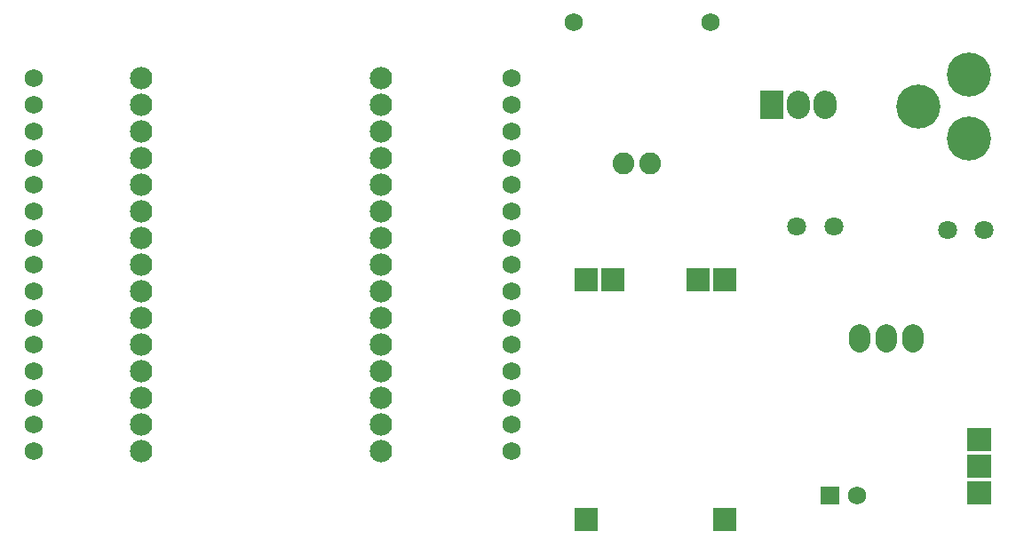
<source format=gbs>
G04 Layer: BottomSolderMaskLayer*
G04 EasyEDA v6.4.0, 2020-07-10T11:57:04+05:30*
G04 10c5ef2ce51e4c2f8f143787e658d517,b6e8962e620740079bb188d2402746ea,10*
G04 Gerber Generator version 0.2*
G04 Scale: 100 percent, Rotated: No, Reflected: No *
G04 Dimensions in inches *
G04 leading zeros omitted , absolute positions ,2 integer and 4 decimal *
%FSLAX24Y24*%
%MOIN*%
G90*
G70D02*

%ADD27C,0.078866*%
%ADD28C,0.086740*%
%ADD29C,0.068000*%
%ADD31C,0.082000*%
%ADD34C,0.084000*%
%ADD35C,0.165480*%
%ADD36C,0.070992*%

%LPD*%
G54D27*
G01X34850Y7712D02*
G01X34850Y7987D01*
G01X33850Y7712D02*
G01X33850Y7987D01*
G01X32850Y7712D02*
G01X32850Y7987D01*
G54D28*
G01X30550Y16698D02*
G01X30550Y16501D01*
G01X31550Y16698D02*
G01X31550Y16501D01*
G54D29*
G01X19800Y3600D03*
G01X19800Y4600D03*
G01X19800Y5600D03*
G01X19800Y6600D03*
G01X19800Y7600D03*
G01X19800Y8600D03*
G01X19800Y9600D03*
G01X19800Y10600D03*
G01X19800Y11600D03*
G01X19800Y12600D03*
G01X19800Y13600D03*
G01X19800Y14600D03*
G01X19800Y15600D03*
G01X19800Y16600D03*
G01X19800Y17600D03*
G01X1850Y3600D03*
G01X1850Y4600D03*
G01X1850Y5600D03*
G01X1850Y6600D03*
G01X1850Y7600D03*
G01X1850Y8600D03*
G01X1850Y9600D03*
G01X1850Y10600D03*
G01X1850Y11600D03*
G01X1850Y12600D03*
G01X1850Y13600D03*
G01X1850Y14600D03*
G01X1850Y15600D03*
G01X1850Y16600D03*
G01X1850Y17600D03*
G36*
G01X36910Y3609D02*
G01X36910Y4490D01*
G01X37789Y4490D01*
G01X37789Y3609D01*
G01X36910Y3609D01*
G37*
G36*
G01X36910Y2609D02*
G01X36910Y3490D01*
G01X37789Y3490D01*
G01X37789Y2609D01*
G01X36910Y2609D01*
G37*
G36*
G01X36910Y1609D02*
G01X36910Y2490D01*
G01X37789Y2490D01*
G01X37789Y1609D01*
G01X36910Y1609D01*
G37*
G54D31*
G01X24000Y14400D03*
G01X25000Y14400D03*
G36*
G01X22165Y615D02*
G01X22165Y1484D01*
G01X23034Y1484D01*
G01X23034Y615D01*
G01X22165Y615D01*
G37*
G36*
G01X27365Y615D02*
G01X27365Y1484D01*
G01X28234Y1484D01*
G01X28234Y615D01*
G01X27365Y615D01*
G37*
G36*
G01X23165Y9615D02*
G01X23165Y10484D01*
G01X24034Y10484D01*
G01X24034Y9615D01*
G01X23165Y9615D01*
G37*
G36*
G01X26365Y9615D02*
G01X26365Y10484D01*
G01X27234Y10484D01*
G01X27234Y9615D01*
G01X26365Y9615D01*
G37*
G36*
G01X22165Y9615D02*
G01X22165Y10484D01*
G01X23034Y10484D01*
G01X23034Y9615D01*
G01X22165Y9615D01*
G37*
G36*
G01X27365Y9615D02*
G01X27365Y10484D01*
G01X28234Y10484D01*
G01X28234Y9615D01*
G01X27365Y9615D01*
G37*
G36*
G01X29115Y16067D02*
G01X29115Y17132D01*
G01X29984Y17132D01*
G01X29984Y16067D01*
G01X29115Y16067D01*
G37*
G54D34*
G01X14900Y3600D03*
G01X14900Y4600D03*
G01X14900Y5600D03*
G01X14900Y6600D03*
G01X14900Y7600D03*
G01X14900Y8600D03*
G01X14900Y9600D03*
G01X14900Y10600D03*
G01X14900Y11600D03*
G01X14900Y12600D03*
G01X14900Y13600D03*
G01X14900Y14600D03*
G01X14900Y15600D03*
G01X14900Y16600D03*
G01X14900Y17600D03*
G01X5900Y3600D03*
G01X5900Y4600D03*
G01X5900Y5600D03*
G01X5900Y6600D03*
G01X5900Y7600D03*
G01X5900Y8600D03*
G01X5900Y9600D03*
G01X5900Y10600D03*
G01X5900Y11600D03*
G01X5900Y12600D03*
G01X5900Y13600D03*
G01X5900Y14600D03*
G01X5900Y15600D03*
G01X5900Y16600D03*
G01X5900Y17600D03*
G54D35*
G01X36950Y15330D03*
G01X36950Y17730D03*
G01X35060Y16550D03*
G54D29*
G01X27259Y19700D03*
G01X22140Y19700D03*
G54D36*
G01X31889Y12050D03*
G01X30510Y12050D03*
G01X37539Y11900D03*
G01X36160Y11900D03*
G36*
G01X31410Y1609D02*
G01X31410Y2290D01*
G01X32089Y2290D01*
G01X32089Y1609D01*
G01X31410Y1609D01*
G37*
G54D29*
G01X32750Y1950D03*
M00*
M02*

</source>
